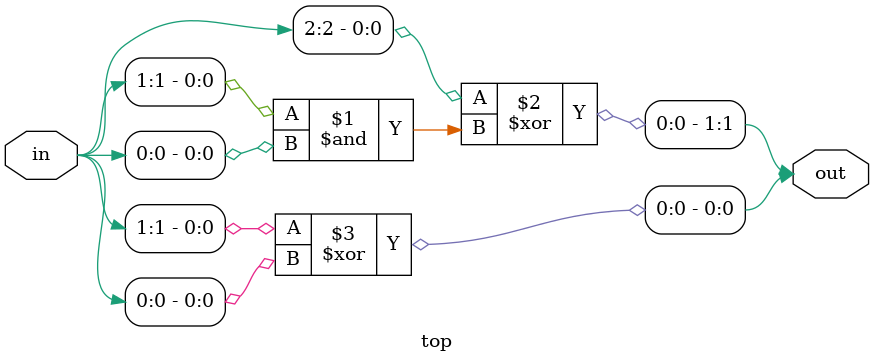
<source format=sv>
module top (
    input [2:0] in,
    output [1:0] out
);
  
  assign out[1] = in[2] ^ (in[1] & in[0]);
  assign out[0] = in[1] ^ in[0];

endmodule

</source>
